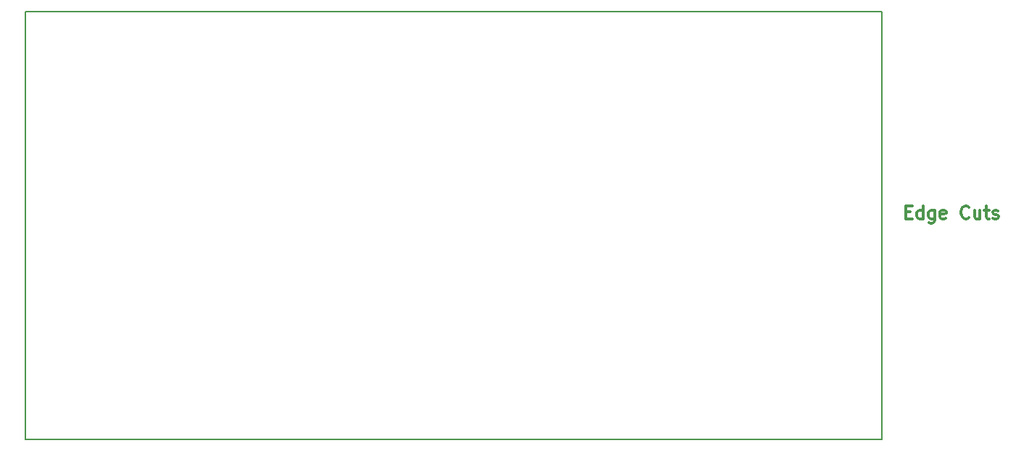
<source format=gbr>
G04 (created by PCBNEW (2013-07-07 BZR 4022)-stable) date 18/09/2013 13:21:16*
%MOIN*%
G04 Gerber Fmt 3.4, Leading zero omitted, Abs format*
%FSLAX34Y34*%
G01*
G70*
G90*
G04 APERTURE LIST*
%ADD10C,0.00590551*%
%ADD11C,0.011811*%
G04 APERTURE END LIST*
G54D10*
G54D11*
X45213Y-13945D02*
X45410Y-13945D01*
X45494Y-14254D02*
X45213Y-14254D01*
X45213Y-13664D01*
X45494Y-13664D01*
X46001Y-14254D02*
X46001Y-13664D01*
X46001Y-14226D02*
X45944Y-14254D01*
X45832Y-14254D01*
X45776Y-14226D01*
X45748Y-14198D01*
X45719Y-14142D01*
X45719Y-13973D01*
X45748Y-13917D01*
X45776Y-13889D01*
X45832Y-13861D01*
X45944Y-13861D01*
X46001Y-13889D01*
X46535Y-13861D02*
X46535Y-14339D01*
X46507Y-14395D01*
X46479Y-14423D01*
X46422Y-14451D01*
X46338Y-14451D01*
X46282Y-14423D01*
X46535Y-14226D02*
X46479Y-14254D01*
X46366Y-14254D01*
X46310Y-14226D01*
X46282Y-14198D01*
X46254Y-14142D01*
X46254Y-13973D01*
X46282Y-13917D01*
X46310Y-13889D01*
X46366Y-13861D01*
X46479Y-13861D01*
X46535Y-13889D01*
X47041Y-14226D02*
X46985Y-14254D01*
X46872Y-14254D01*
X46816Y-14226D01*
X46788Y-14170D01*
X46788Y-13945D01*
X46816Y-13889D01*
X46872Y-13861D01*
X46985Y-13861D01*
X47041Y-13889D01*
X47069Y-13945D01*
X47069Y-14001D01*
X46788Y-14057D01*
X48110Y-14198D02*
X48082Y-14226D01*
X47997Y-14254D01*
X47941Y-14254D01*
X47857Y-14226D01*
X47800Y-14170D01*
X47772Y-14114D01*
X47744Y-14001D01*
X47744Y-13917D01*
X47772Y-13804D01*
X47800Y-13748D01*
X47857Y-13692D01*
X47941Y-13664D01*
X47997Y-13664D01*
X48082Y-13692D01*
X48110Y-13720D01*
X48616Y-13861D02*
X48616Y-14254D01*
X48363Y-13861D02*
X48363Y-14170D01*
X48391Y-14226D01*
X48447Y-14254D01*
X48532Y-14254D01*
X48588Y-14226D01*
X48616Y-14198D01*
X48813Y-13861D02*
X49038Y-13861D01*
X48897Y-13664D02*
X48897Y-14170D01*
X48925Y-14226D01*
X48982Y-14254D01*
X49038Y-14254D01*
X49206Y-14226D02*
X49263Y-14254D01*
X49375Y-14254D01*
X49431Y-14226D01*
X49460Y-14170D01*
X49460Y-14142D01*
X49431Y-14086D01*
X49375Y-14057D01*
X49291Y-14057D01*
X49235Y-14029D01*
X49206Y-13973D01*
X49206Y-13945D01*
X49235Y-13889D01*
X49291Y-13861D01*
X49375Y-13861D01*
X49431Y-13889D01*
G54D10*
X4724Y-24409D02*
X4724Y-4724D01*
X44094Y-24409D02*
X4724Y-24409D01*
X44094Y-4724D02*
X44094Y-24409D01*
X4724Y-4724D02*
X44094Y-4724D01*
M02*

</source>
